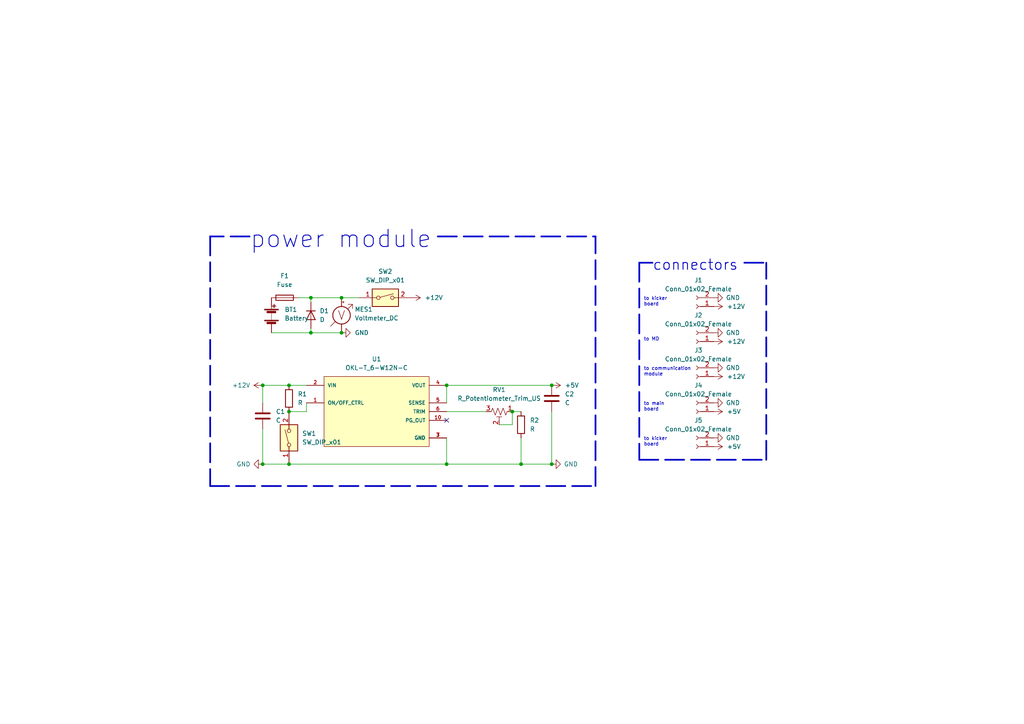
<source format=kicad_sch>
(kicad_sch (version 20211123) (generator eeschema)
  (paper "A4")
  (lib_symbols
    (symbol "Connector:Conn_01x02_Female" (pin_names (offset 1.016) hide)
      (property "Reference" "J" (at 0 2.54 0))
      (property "Value" "Conn_01x02_Female" (at 0 -5.08 0))
      (symbol "Conn_01x02_Female_1_1"
        (arc (start 0 -2.032) (mid -0.508 -2.54) (end 0 -3.048) (stroke (width 0.1524)))
        (polyline (pts (xy -1.27 -2.54) (xy -0.508 -2.54)) (stroke (width 0.1524)))
        (polyline (pts (xy -1.27 0) (xy -0.508 0)) (stroke (width 0.1524)))
        (arc (start 0 0.508) (mid -0.508 0) (end 0 -0.508) (stroke (width 0.1524)))
        (pin passive line (at -5.08 0 0) (length 3.81) (name "Pin_1") (number "1"))
        (pin passive line (at -5.08 -2.54 0) (length 3.81) (name "Pin_2") (number "2"))
      )
    )
    (symbol "Device:Battery" (pin_numbers hide) (pin_names (offset 0) hide)
      (property "Reference" "BT" (at 2.54 2.54 0))
      (property "Value" "Battery" (at 2.54 0 0))
      (symbol "Battery_0_1"
        (rectangle (start -2.032 -1.397) (end 2.032 -1.651) (fill (type outline)))
        (rectangle (start -2.032 1.778) (end 2.032 1.524) (fill (type outline)))
        (rectangle (start -1.3208 -1.9812) (end 1.27 -2.4892) (fill (type outline)))
        (rectangle (start -1.3208 1.1938) (end 1.27 0.6858) (fill (type outline)))
        (polyline (pts (xy 0 -1.524) (xy 0 -1.27)))
        (polyline (pts (xy 0 -1.016) (xy 0 -0.762)))
        (polyline (pts (xy 0 -0.508) (xy 0 -0.254)))
        (polyline (pts (xy 0 0) (xy 0 0.254)))
        (polyline (pts (xy 0 0.508) (xy 0 0.762)))
        (polyline (pts (xy 0 1.778) (xy 0 2.54)))
        (polyline (pts (xy 0.254 2.667) (xy 1.27 2.667)) (stroke (width 0.254)))
        (polyline (pts (xy 0.762 3.175) (xy 0.762 2.159)) (stroke (width 0.254)))
      )
      (symbol "Battery_1_1"
        (pin passive line (at 0 5.08 270) (length 2.54) (name "+") (number "1"))
        (pin passive line (at 0 -5.08 90) (length 2.54) (name "-") (number "2"))
      )
    )
    (symbol "Device:C" (pin_numbers hide) (pin_names (offset 0.254))
      (property "Reference" "C" (at 0.635 2.54 0))
      (property "Value" "C" (at 0.635 -2.54 0))
      (symbol "C_0_1"
        (polyline (pts (xy -2.032 -0.762) (xy 2.032 -0.762)) (stroke (width 0.508)))
        (polyline (pts (xy -2.032 0.762) (xy 2.032 0.762)) (stroke (width 0.508)))
      )
      (symbol "C_1_1"
        (pin passive line (at 0 3.81 270) (length 2.794) (name "~") (number "1"))
        (pin passive line (at 0 -3.81 90) (length 2.794) (name "~") (number "2"))
      )
    )
    (symbol "Device:D" (pin_numbers hide) (pin_names (offset 1.016) hide)
      (property "Reference" "D" (at 0 2.54 0))
      (property "Value" "D" (at 0 -2.54 0))
      (symbol "D_0_1"
        (polyline (pts (xy -1.27 1.27) (xy -1.27 -1.27)) (stroke (width 0.254)))
        (polyline (pts (xy 1.27 0) (xy -1.27 0)))
        (polyline (pts (xy 1.27 1.27) (xy 1.27 -1.27) (xy -1.27 0) (xy 1.27 1.27)) (stroke (width 0.254)))
      )
      (symbol "D_1_1"
        (pin passive line (at -3.81 0 0) (length 2.54) (name "K") (number "1"))
        (pin passive line (at 3.81 0 180) (length 2.54) (name "A") (number "2"))
      )
    )
    (symbol "Device:Fuse" (pin_numbers hide) (pin_names (offset 0))
      (property "Reference" "F" (at 2.032 0 90))
      (property "Value" "Fuse" (at -1.905 0 90))
      (symbol "Fuse_0_1"
        (rectangle (start -0.762 -2.54) (end 0.762 2.54) (stroke (width 0.254)))
        (polyline (pts (xy 0 2.54) (xy 0 -2.54)))
      )
      (symbol "Fuse_1_1"
        (pin passive line (at 0 3.81 270) (length 1.27) (name "~") (number "1"))
        (pin passive line (at 0 -3.81 90) (length 1.27) (name "~") (number "2"))
      )
    )
    (symbol "Device:R" (pin_numbers hide) (pin_names (offset 0))
      (property "Reference" "R" (at 2.032 0 90))
      (property "Value" "R" (at 0 0 90))
      (symbol "R_0_1"
        (rectangle (start -1.016 -2.54) (end 1.016 2.54) (stroke (width 0.254)))
      )
      (symbol "R_1_1"
        (pin passive line (at 0 3.81 270) (length 1.27) (name "~") (number "1"))
        (pin passive line (at 0 -3.81 90) (length 1.27) (name "~") (number "2"))
      )
    )
    (symbol "Device:R_Potentiometer_Trim_US" (pin_names (offset 1.016) hide)
      (property "Reference" "RV" (at -4.445 0 90))
      (property "Value" "R_Potentiometer_Trim_US" (at -2.54 0 90))
      (symbol "R_Potentiometer_Trim_US_0_1"
        (polyline (pts (xy 0 -2.286) (xy 0 -2.54)))
        (polyline (pts (xy 0 2.286) (xy 0 2.54)))
        (polyline (pts (xy 1.524 0.762) (xy 1.524 -0.762)))
        (polyline (pts (xy 2.54 0) (xy 1.524 0)))
        (polyline (pts (xy 0 -0.762) (xy 1.016 -1.143) (xy 0 -1.524) (xy -1.016 -1.905) (xy 0 -2.286)))
        (polyline (pts (xy 0 0.762) (xy 1.016 0.381) (xy 0 0) (xy -1.016 -0.381) (xy 0 -0.762)))
        (polyline (pts (xy 0 2.286) (xy 1.016 1.905) (xy 0 1.524) (xy -1.016 1.143) (xy 0 0.762)))
      )
      (symbol "R_Potentiometer_Trim_US_1_1"
        (pin passive line (at 0 3.81 270) (length 1.27) (name "1") (number "1"))
        (pin passive line (at 3.81 0 180) (length 1.27) (name "2") (number "2"))
        (pin passive line (at 0 -3.81 90) (length 1.27) (name "3") (number "3"))
      )
    )
    (symbol "Device:Voltmeter_DC" (pin_numbers hide) (pin_names (offset 0.0254) hide)
      (property "Reference" "MES" (at -3.302 1.016 0))
      (property "Value" "Voltmeter_DC" (at -3.302 -0.762 0))
      (symbol "Voltmeter_DC_0_0"
        (polyline (pts (xy -3.175 -3.175) (xy -1.905 -1.905)))
        (polyline (pts (xy 1.905 1.905) (xy 3.175 3.175)))
        (polyline (pts (xy 1.905 3.175) (xy 3.175 3.175) (xy 3.175 1.905)))
        (text "V" (at 0 0 0) (effects (font (size 2.54 2.54))))
      )
      (symbol "Voltmeter_DC_0_1"
        (polyline (pts (xy 0.254 3.81) (xy 0.762 3.81)))
        (polyline (pts (xy 0.508 4.064) (xy 0.508 3.556)))
        (circle (center 0 0) (radius 2.54) (stroke (width 0.254)))
      )
      (symbol "Voltmeter_DC_1_1"
        (pin passive line (at 0 -5.08 90) (length 2.54) (name "-") (number "1"))
        (pin passive line (at 0 5.08 270) (length 2.54) (name "+") (number "2"))
      )
    )
    (symbol "OKL-T_6-W12N-C:OKL-T_6-W12N-C" (pin_names (offset 1.016))
      (property "Reference" "U" (at -15.24 10.922 0))
      (property "Value" "OKL-T_6-W12N-C" (at -15.24 -12.7 0))
      (symbol "OKL-T_6-W12N-C_0_0"
        (rectangle (start -15.24 -10.16) (end 15.24 10.16) (stroke (width 0.1524)) (fill (type background)))
        (pin input line (at -20.32 2.54 0) (length 5.08) (name "ON/OFF_CTRL") (number "1"))
        (pin output line (at 20.32 -2.54 180) (length 5.08) (name "PG_OUT") (number "10"))
        (pin input line (at -20.32 7.62 0) (length 5.08) (name "VIN") (number "2"))
        (pin power_in line (at 20.32 -7.62 180) (length 5.08) (name "GND") (number "3"))
        (pin output line (at 20.32 7.62 180) (length 5.08) (name "VOUT") (number "4"))
        (pin input line (at 20.32 2.54 180) (length 5.08) (name "SENSE") (number "5"))
        (pin input line (at 20.32 0 180) (length 5.08) (name "TRIM") (number "6"))
        (pin power_in line (at 20.32 -7.62 180) (length 5.08) (name "GND") (number "7"))
      )
    )
    (symbol "Switch:SW_DIP_x01" (pin_names (offset 0) hide)
      (property "Reference" "SW" (at 0 3.81 0))
      (property "Value" "SW_DIP_x01" (at 0 -3.81 0))
      (symbol "SW_DIP_x01_0_0"
        (circle (center -2.032 0) (radius 0.508))
        (polyline (pts (xy -1.524 0.127) (xy 2.3622 1.1684)))
        (circle (center 2.032 0) (radius 0.508))
      )
      (symbol "SW_DIP_x01_0_1"
        (rectangle (start -3.81 2.54) (end 3.81 -2.54) (stroke (width 0.254)) (fill (type background)))
      )
      (symbol "SW_DIP_x01_1_1"
        (pin passive line (at -7.62 0 0) (length 5.08) (name "~") (number "1"))
        (pin passive line (at 7.62 0 180) (length 5.08) (name "~") (number "2"))
      )
    )
    (symbol "power:+12V" (power) (pin_names (offset 0))
      (property "Value" "+12V" (at 0 3.556 0))
      (symbol "+12V_0_1"
        (polyline (pts (xy -0.762 1.27) (xy 0 2.54)))
        (polyline (pts (xy 0 0) (xy 0 2.54)))
        (polyline (pts (xy 0 2.54) (xy 0.762 1.27)))
      )
      (symbol "+12V_1_1"
        (pin power_in line (at 0 0 90) (length 0) hide (name "+12V") (number "1"))
      )
    )
    (symbol "power:+5V" (power) (pin_names (offset 0))
      (property "Value" "+5V" (at 0 3.556 0))
      (symbol "+5V_0_1"
        (polyline (pts (xy -0.762 1.27) (xy 0 2.54)))
        (polyline (pts (xy 0 0) (xy 0 2.54)))
        (polyline (pts (xy 0 2.54) (xy 0.762 1.27)))
      )
      (symbol "+5V_1_1"
        (pin power_in line (at 0 0 90) (length 0) hide (name "+5V") (number "1"))
      )
    )
    (symbol "power:GND" (power) (pin_names (offset 0))
      (property "Value" "GND" (at 0 -3.81 0))
      (symbol "GND_0_1"
        (polyline (pts (xy 0 0) (xy 0 -1.27) (xy 1.27 -1.27) (xy 0 -2.54) (xy -1.27 -1.27) (xy 0 -1.27)))
      )
      (symbol "GND_1_1"
        (pin power_in line (at 0 0 270) (length 0) hide (name "GND") (number "1"))
      )
    )
  )
  (junction (at 83.82 111.76))
  (junction (at 83.82 134.62))
  (junction (at 129.54 111.76))
  (junction (at 76.2 134.62))
  (junction (at 76.2 111.76))
  (junction (at 151.13 134.62))
  (junction (at 160.02 111.76))
  (junction (at 129.54 134.62))
  (junction (at 90.17 96.52))
  (junction (at 99.06 96.52))
  (junction (at 99.06 86.36))
  (junction (at 90.17 86.36))
  (junction (at 160.02 134.62))
  (junction (at 83.82 119.38))
  (junction (at 148.59 119.38))
  (no_connect (at 129.54 121.92))
  (wire (pts (xy 151.13 134.62) (xy 160.02 134.62)))
  (wire (pts (xy 76.2 111.76) (xy 83.82 111.76)))
  (wire (pts (xy 148.59 119.38) (xy 148.59 123.19)))
  (polyline (pts (xy 72.39 68.58) (xy 60.96 68.58)) (stroke (width 0.5)))
  (polyline (pts (xy 127 68.58) (xy 172.72 68.58)) (stroke (width 0.5)))
  (wire (pts (xy 88.9 119.38) (xy 88.9 116.84)))
  (wire (pts (xy 83.82 119.38) (xy 88.9 119.38)))
  (wire (pts (xy 76.2 134.62) (xy 83.82 134.62)))
  (polyline (pts (xy 189.23 76.2) (xy 185.42 76.2)) (stroke (width 0.5)))
  (wire (pts (xy 148.59 123.19) (xy 144.78 123.19)))
  (wire (pts (xy 99.06 86.36) (xy 104.14 86.36)))
  (wire (pts (xy 90.17 96.52) (xy 99.06 96.52)))
  (wire (pts (xy 151.13 127) (xy 151.13 134.62)))
  (wire (pts (xy 90.17 86.36) (xy 86.36 86.36)))
  (wire (pts (xy 160.02 111.76) (xy 129.54 111.76)))
  (wire (pts (xy 90.17 87.63) (xy 90.17 86.36)))
  (wire (pts (xy 129.54 127) (xy 129.54 134.62)))
  (polyline (pts (xy 215.9 76.2) (xy 222.25 76.2)) (stroke (width 0.5)))
  (wire (pts (xy 83.82 134.62) (xy 129.54 134.62)))
  (wire (pts (xy 83.82 111.76) (xy 88.9 111.76)))
  (wire (pts (xy 76.2 134.62) (xy 76.2 124.46)))
  (wire (pts (xy 129.54 134.62) (xy 151.13 134.62)))
  (wire (pts (xy 78.74 96.52) (xy 90.17 96.52)))
  (wire (pts (xy 140.97 119.38) (xy 129.54 119.38)))
  (wire (pts (xy 99.06 86.36) (xy 90.17 86.36)))
  (wire (pts (xy 76.2 116.84) (xy 76.2 111.76)))
  (polyline (pts (xy 172.72 140.97) (xy 172.72 68.58)) (stroke (width 0.5)))
  (wire (pts (xy 160.02 134.62) (xy 160.02 119.38)))
  (polyline (pts (xy 60.96 140.97) (xy 172.72 140.97)) (stroke (width 0.5)))
  (wire (pts (xy 90.17 95.25) (xy 90.17 96.52)))
  (wire (pts (xy 129.54 111.76) (xy 129.54 116.84)))
  (polyline (pts (xy 185.42 76.2) (xy 185.42 133.35)) (stroke (width 0.5)))
  (polyline (pts (xy 185.42 133.35) (xy 222.25 133.35)) (stroke (width 0.5)))
  (wire (pts (xy 151.13 119.38) (xy 148.59 119.38)))
  (polyline (pts (xy 60.96 68.58) (xy 60.96 140.97)) (stroke (width 0.5)))
  (polyline (pts (xy 222.25 133.35) (xy 222.25 76.2)) (stroke (width 0.5)))
  (text "connectors" (at 189.23 78.74 0) (effects (font (size 3 3) (thickness 0.254) bold) (justify left bottom)))
  (text "to communication\nmodule" (at 186.69 109.22 0) (effects (font (size 1 1)) (justify left bottom)))
  (text "to main\nboard" (at 186.69 119.38 0) (effects (font (size 1 1)) (justify left bottom)))
  (text "to MD" (at 186.69 99.06 0) (effects (font (size 1 1)) (justify left bottom)))
  (text "to kicker\nboard" (at 186.69 129.54 0) (effects (font (size 1 1)) (justify left bottom)))
  (text "to kicker\nboard" (at 186.69 88.9 0) (effects (font (size 1 1)) (justify left bottom)))
  (text "power module" (at 72.39 72.39 0) (effects (font (size 5 5) (thickness 0.254) bold) (justify left bottom)))
  (symbol (lib_id "Connector:Conn_01x02_Female") (at 201.93 99.06 180) (unit 1)
    (property "Reference" "J2" (at 202.565 91.44 0))
    (property "Value" "Conn_01x02_Female" (at 202.565 93.98 0))
    (property "Footprint" "Connector_JST:JST_XH_B2B-XH-A_1x02_P2.50mm_Vertical" (effects hide))
  )
  (symbol (lib_id "OKL-T_6-W12N-C:OKL-T_6-W12N-C") (at 109.22 119.38 0) (unit 1)
    (property "Reference" "U1" (at 109.22 104.14 0))
    (property "Value" "OKL-T_6-W12N-C" (at 109.22 106.68 0))
    (property "Footprint" "_Others:DCDC-murata-6A" (effects hide))
  )
  (symbol (lib_id "power:+12V") (at 207.01 88.9 270) (unit 1)
    (property "Reference" "#PWR0112" (effects hide))
    (property "Value" "+12V" (at 210.82 88.8999 90) (effects (justify left)))
  )
  (symbol (lib_id "Connector:Conn_01x02_Female") (at 201.93 109.22 180) (unit 1)
    (property "Reference" "J3" (at 202.565 101.6 0))
    (property "Value" "Conn_01x02_Female" (at 202.565 104.14 0))
    (property "Footprint" "Connector_JST:JST_XH_B2B-XH-A_1x02_P2.50mm_Vertical" (effects hide))
  )
  (symbol (lib_id "power:+12V") (at 76.2 111.76 90) (unit 1)
    (property "Reference" "#PWR0102" (effects hide))
    (property "Value" "+12V" (at 67.31 111.76 90) (effects (justify right)))
  )
  (symbol (lib_id "power:GND") (at 207.01 127 90) (unit 1)
    (property "Reference" "#PWR0107" (effects hide))
    (property "Value" "GND" (at 214.63 127 90) (effects (justify left)))
  )
  (symbol (lib_id "power:GND") (at 76.2 134.62 270) (unit 1)
    (property "Reference" "#PWR0101" (effects hide))
    (property "Value" "GND" (at 68.58 134.62 90) (effects (justify left)))
  )
  (symbol (lib_id "power:GND") (at 207.01 86.36 90) (unit 1)
    (property "Reference" "#PWR0110" (effects hide))
    (property "Value" "GND" (at 214.63 86.36 90) (effects (justify left)))
  )
  (symbol (lib_id "power:GND") (at 160.02 134.62 90) (unit 1)
    (property "Reference" "#PWR0109" (effects hide))
    (property "Value" "GND" (at 167.64 134.62 90) (effects (justify left)))
  )
  (symbol (lib_id "power:GND") (at 207.01 116.84 90) (unit 1)
    (property "Reference" "#PWR0115" (effects hide))
    (property "Value" "GND" (at 214.63 116.84 90) (effects (justify left)))
  )
  (symbol (lib_id "power:+12V") (at 207.01 99.06 270) (unit 1)
    (property "Reference" "#PWR0111" (effects hide))
    (property "Value" "+12V" (at 210.82 99.0599 90) (effects (justify left)))
  )
  (symbol (lib_id "Device:R") (at 151.13 123.19 0) (unit 1)
    (property "Reference" "R2" (at 153.67 121.9199 0) (effects (justify left)))
    (property "Value" "R" (at 153.67 124.4599 0) (effects (justify left)))
    (property "Footprint" "Resistor_THT:R_Axial_DIN0207_L6.3mm_D2.5mm_P7.62mm_Horizontal" (effects hide))
  )
  (symbol (lib_id "Device:C") (at 76.2 120.65 0) (unit 1)
    (property "Reference" "C1" (at 80.01 119.3799 0) (effects (justify left)))
    (property "Value" "C" (at 80.01 121.9199 0) (effects (justify left)))
    (property "Footprint" "Capacitor_THT:C_Disc_D4.7mm_W2.5mm_P5.00mm" (effects hide))
  )
  (symbol (lib_id "Device:Fuse") (at 82.55 86.36 90) (unit 1)
    (property "Reference" "F1" (at 82.55 80.01 90))
    (property "Value" "Fuse" (at 82.55 82.55 90))
    (property "Footprint" "Fuse_Socket:fuse_socket" (effects hide))
  )
  (symbol (lib_id "Connector:Conn_01x02_Female") (at 201.93 129.54 180) (unit 1)
    (property "Reference" "J5" (at 202.565 121.92 0))
    (property "Value" "Conn_01x02_Female" (at 202.565 124.46 0))
    (property "Footprint" "Connector_JST:JST_XH_B2B-XH-A_1x02_P2.50mm_Vertical" (effects hide))
  )
  (symbol (lib_id "power:GND") (at 99.06 96.52 90) (unit 1)
    (property "Reference" "#PWR0103" (effects hide))
    (property "Value" "GND" (at 102.87 96.5199 90) (effects (justify right)))
  )
  (symbol (lib_id "Device:Battery") (at 78.74 91.44 0) (unit 1)
    (property "Reference" "BT1" (at 82.55 89.7889 0) (effects (justify left)))
    (property "Value" "Battery" (at 82.55 92.3289 0) (effects (justify left)))
    (property "Footprint" "Connector_JST:JST_VH_B2P-VH_1x02_P3.96mm_Vertical" (effects hide))
  )
  (symbol (lib_id "power:+5V") (at 207.01 129.54 270) (unit 1)
    (property "Reference" "#PWR0105" (effects hide))
    (property "Value" "+5V" (at 210.82 129.5399 90) (effects (justify left)))
  )
  (symbol (lib_id "Connector:Conn_01x02_Female") (at 201.93 88.9 180) (unit 1)
    (property "Reference" "J1" (at 202.565 81.28 0))
    (property "Value" "Conn_01x02_Female" (at 202.565 83.82 0))
    (property "Footprint" "Connector_JST:JST_XH_B2B-XH-A_1x02_P2.50mm_Vertical" (effects hide))
  )
  (symbol (lib_id "power:+12V") (at 207.01 109.22 270) (unit 1)
    (property "Reference" "#PWR0114" (effects hide))
    (property "Value" "+12V" (at 210.82 109.2199 90) (effects (justify left)))
  )
  (symbol (lib_id "Switch:SW_DIP_x01") (at 83.82 127 90) (unit 1)
    (property "Reference" "SW1" (at 87.63 125.7299 90) (effects (justify right)))
    (property "Value" "SW_DIP_x01" (at 87.63 128.2699 90) (effects (justify right)))
    (property "Footprint" "_Others:SW_S" (effects hide))
  )
  (symbol (lib_id "Device:D") (at 90.17 91.44 270) (unit 1)
    (property "Reference" "D1" (at 92.71 90.1699 90) (effects (justify left)))
    (property "Value" "D" (at 92.71 92.7099 90) (effects (justify left)))
    (property "Footprint" "Diode_THT:D_A-405_P10.16mm_Horizontal" (effects hide))
  )
  (symbol (lib_id "Device:Voltmeter_DC") (at 99.06 91.44 0) (unit 1)
    (property "Reference" "MES1" (at 102.87 89.7254 0) (effects (justify left)))
    (property "Value" "Voltmeter_DC" (at 102.87 92.2654 0) (effects (justify left)))
    (property "Footprint" "Voltage_Counter:voltage_counter" (effects hide))
  )
  (symbol (lib_id "power:GND") (at 207.01 96.52 90) (unit 1)
    (property "Reference" "#PWR0113" (effects hide))
    (property "Value" "GND" (at 214.63 96.52 90) (effects (justify left)))
  )
  (symbol (lib_id "power:GND") (at 207.01 106.68 90) (unit 1)
    (property "Reference" "#PWR0116" (effects hide))
    (property "Value" "GND" (at 214.63 106.68 90) (effects (justify left)))
  )
  (symbol (lib_id "Connector:Conn_01x02_Female") (at 201.93 119.38 180) (unit 1)
    (property "Reference" "J4" (at 202.565 111.76 0))
    (property "Value" "Conn_01x02_Female" (at 202.565 114.3 0))
    (property "Footprint" "Connector_JST:JST_XH_B2B-XH-A_1x02_P2.50mm_Vertical" (effects hide))
  )
  (symbol (lib_id "power:+5V") (at 160.02 111.76 270) (unit 1)
    (property "Reference" "#PWR0108" (effects hide))
    (property "Value" "+5V" (at 163.83 111.7599 90) (effects (justify left)))
  )
  (symbol (lib_id "Switch:SW_DIP_x01") (at 111.76 86.36 0) (unit 1)
    (property "Reference" "SW2" (at 111.76 78.74 0))
    (property "Value" "SW_DIP_x01" (at 111.76 81.28 0))
    (property "Footprint" "_Others:DS-850k" (effects hide))
  )
  (symbol (lib_id "power:+5V") (at 207.01 119.38 270) (unit 1)
    (property "Reference" "#PWR0106" (effects hide))
    (property "Value" "+5V" (at 210.82 119.3799 90) (effects (justify left)))
  )
  (symbol (lib_id "Device:R") (at 83.82 115.57 0) (unit 1)
    (property "Reference" "R1" (at 86.36 114.2999 0) (effects (justify left)))
    (property "Value" "R" (at 86.36 116.8399 0) (effects (justify left)))
    (property "Footprint" "Resistor_THT:R_Axial_DIN0207_L6.3mm_D2.5mm_P7.62mm_Horizontal" (effects hide))
  )
  (symbol (lib_id "Device:C") (at 160.02 115.57 0) (unit 1)
    (property "Reference" "C2" (at 163.83 114.2999 0) (effects (justify left)))
    (property "Value" "C" (at 163.83 116.8399 0) (effects (justify left)))
    (property "Footprint" "Capacitor_THT:C_Disc_D4.7mm_W2.5mm_P5.00mm" (effects hide))
  )
  (symbol (lib_id "Device:R_Potentiometer_Trim_US") (at 144.78 119.38 270) (unit 1)
    (property "Reference" "RV1" (at 144.78 113.03 90))
    (property "Value" "R_Potentiometer_Trim_US" (at 144.78 115.57 90))
    (property "Footprint" "_Others:2MS1T2B4M2QES" (effects hide))
  )
  (symbol (lib_id "power:+12V") (at 119.38 86.36 270) (unit 1)
    (property "Reference" "#PWR0104" (effects hide))
    (property "Value" "+12V" (at 123.19 86.3599 90) (effects (justify left)))
  )
)
</source>
